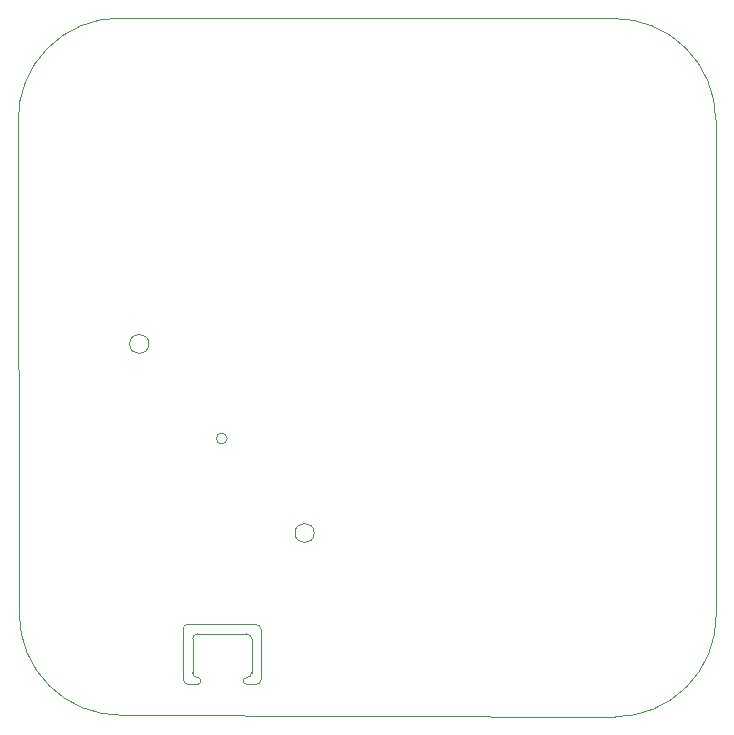
<source format=gbr>
%TF.GenerationSoftware,KiCad,Pcbnew,7.0.1*%
%TF.CreationDate,2023-04-07T20:32:22+02:00*%
%TF.ProjectId,ESP32 S3 MCU Socket,45535033-3220-4533-9320-4d435520536f,rev?*%
%TF.SameCoordinates,Original*%
%TF.FileFunction,Profile,NP*%
%FSLAX46Y46*%
G04 Gerber Fmt 4.6, Leading zero omitted, Abs format (unit mm)*
G04 Created by KiCad (PCBNEW 7.0.1) date 2023-04-07 20:32:22*
%MOMM*%
%LPD*%
G01*
G04 APERTURE LIST*
%TA.AperFunction,Profile*%
%ADD10C,0.100000*%
%TD*%
%TA.AperFunction,Profile*%
%ADD11C,0.120000*%
%TD*%
G04 APERTURE END LIST*
D10*
X140096132Y-116575634D02*
X140096619Y-113715634D01*
X135089630Y-116590080D02*
G75*
G03*
X135520075Y-117000079I410370J-120D01*
G01*
X139686651Y-117006135D02*
G75*
G03*
X140096649Y-116575634I-51J410535D01*
G01*
X135089588Y-116590080D02*
X135100075Y-113730079D01*
X140096655Y-113715634D02*
G75*
G03*
X139666132Y-113305636I-410455J34D01*
G01*
X140890000Y-112914602D02*
G75*
G03*
X140459482Y-112504604I-410200J302D01*
G01*
X135520075Y-117574321D02*
G75*
G03*
X135520075Y-117000079I25J287121D01*
G01*
X140459482Y-112504603D02*
X134690474Y-112486919D01*
X134280475Y-112917406D02*
X134299345Y-117159748D01*
X134729832Y-117569747D02*
X135520075Y-117574350D01*
X140896130Y-117149462D02*
X140889969Y-112914602D01*
X134299279Y-117159748D02*
G75*
G03*
X134729832Y-117569747I410821J348D01*
G01*
X139686651Y-117006208D02*
G75*
G03*
X139686651Y-117580392I49J-287092D01*
G01*
X140486649Y-117579947D02*
G75*
G03*
X140896648Y-117149462I251J410247D01*
G01*
X140486649Y-117579949D02*
X139686651Y-117580392D01*
X135510074Y-113299584D02*
G75*
G03*
X135100075Y-113730079I-74J-410416D01*
G01*
X135510074Y-113299592D02*
X139666132Y-113305635D01*
X134690474Y-112486888D02*
G75*
G03*
X134280476Y-112917406I26J-410512D01*
G01*
D11*
%TO.C,REF\u002A\u002A*%
X120332646Y-69835911D02*
X120420492Y-111592588D01*
X128927412Y-61160492D02*
X170709089Y-61197646D01*
X129095911Y-120187354D02*
X170837588Y-120319508D01*
X179384508Y-69792412D02*
X179432354Y-111644089D01*
X128927412Y-61160492D02*
G75*
G03*
X120332647Y-69835911I-4767J-8590418D01*
G01*
X120420492Y-111592588D02*
G75*
G03*
X129095911Y-120187353I8590418J-4767D01*
G01*
X179384513Y-69792412D02*
G75*
G03*
X170709089Y-61197647I-8590423J4762D01*
G01*
X170837588Y-120319513D02*
G75*
G03*
X179432353Y-111644089I4762J8590423D01*
G01*
%TO.C,ESP32S1*%
X145398450Y-104761551D02*
G75*
G03*
X145398450Y-104761551I-818450J0D01*
G01*
X138026531Y-96760000D02*
G75*
G03*
X138026531Y-96760000I-465273J0D01*
G01*
X131398450Y-88751551D02*
G75*
G03*
X131398450Y-88751551I-818450J0D01*
G01*
%TD*%
M02*

</source>
